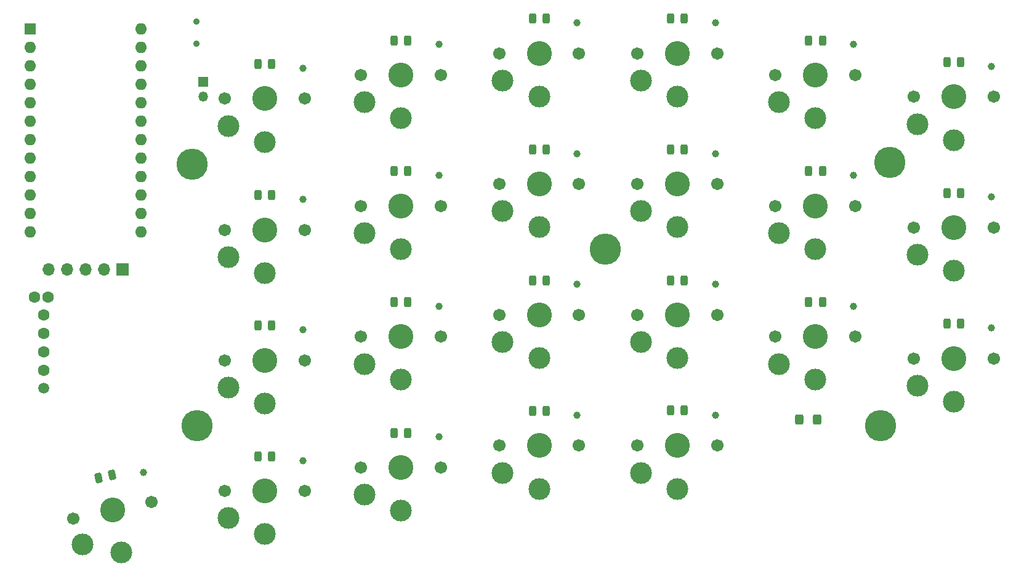
<source format=gts>
%TF.GenerationSoftware,KiCad,Pcbnew,7.0.5-0*%
%TF.CreationDate,2023-09-10T21:20:09+09:30*%
%TF.ProjectId,Rolio,526f6c69-6f2e-46b6-9963-61645f706362,rev?*%
%TF.SameCoordinates,Original*%
%TF.FileFunction,Soldermask,Top*%
%TF.FilePolarity,Negative*%
%FSLAX46Y46*%
G04 Gerber Fmt 4.6, Leading zero omitted, Abs format (unit mm)*
G04 Created by KiCad (PCBNEW 7.0.5-0) date 2023-09-10 21:20:09*
%MOMM*%
%LPD*%
G01*
G04 APERTURE LIST*
G04 Aperture macros list*
%AMRoundRect*
0 Rectangle with rounded corners*
0 $1 Rounding radius*
0 $2 $3 $4 $5 $6 $7 $8 $9 X,Y pos of 4 corners*
0 Add a 4 corners polygon primitive as box body*
4,1,4,$2,$3,$4,$5,$6,$7,$8,$9,$2,$3,0*
0 Add four circle primitives for the rounded corners*
1,1,$1+$1,$2,$3*
1,1,$1+$1,$4,$5*
1,1,$1+$1,$6,$7*
1,1,$1+$1,$8,$9*
0 Add four rect primitives between the rounded corners*
20,1,$1+$1,$2,$3,$4,$5,0*
20,1,$1+$1,$4,$5,$6,$7,0*
20,1,$1+$1,$6,$7,$8,$9,0*
20,1,$1+$1,$8,$9,$2,$3,0*%
G04 Aperture macros list end*
%ADD10C,1.701800*%
%ADD11C,3.000000*%
%ADD12C,3.429000*%
%ADD13C,0.990600*%
%ADD14C,4.300000*%
%ADD15RoundRect,0.243750X-0.243750X-0.456250X0.243750X-0.456250X0.243750X0.456250X-0.243750X0.456250X0*%
%ADD16R,1.700000X1.700000*%
%ADD17O,1.700000X1.700000*%
%ADD18C,1.500000*%
%ADD19C,1.600000*%
%ADD20R,1.600000X1.600000*%
%ADD21O,1.600000X1.600000*%
%ADD22R,1.350000X1.350000*%
%ADD23O,1.350000X1.350000*%
%ADD24RoundRect,0.250000X-0.325000X-0.450000X0.325000X-0.450000X0.325000X0.450000X-0.325000X0.450000X0*%
%ADD25RoundRect,0.243750X-0.143564X-0.496958X0.333283X-0.395601X0.143564X0.496958X-0.333283X0.395601X0*%
%ADD26C,0.900000*%
G04 APERTURE END LIST*
D10*
X154320000Y-46530000D03*
D11*
X154820000Y-50280000D03*
D12*
X159820000Y-46530000D03*
D11*
X159820000Y-52480000D03*
D13*
X165040000Y-42330000D03*
D10*
X165320000Y-46530000D03*
X116320000Y-97530000D03*
D11*
X116820000Y-101280000D03*
D12*
X121820000Y-97530000D03*
D11*
X121820000Y-103480000D03*
D13*
X127040000Y-93330000D03*
D10*
X127320000Y-97530000D03*
X135320000Y-97530000D03*
D11*
X135820000Y-101280000D03*
D12*
X140820000Y-97530000D03*
D11*
X140820000Y-103480000D03*
D13*
X146040000Y-93330000D03*
D10*
X146320000Y-97530000D03*
D14*
X168797500Y-94778000D03*
D10*
X135320000Y-61530000D03*
D11*
X135820000Y-65280000D03*
D12*
X140820000Y-61530000D03*
D11*
X140820000Y-67480000D03*
D13*
X146040000Y-57330000D03*
D10*
X146320000Y-61530000D03*
D15*
X120902500Y-38775000D03*
X122777500Y-38775000D03*
D10*
X154320000Y-64530000D03*
D11*
X154820000Y-68280000D03*
D12*
X159820000Y-64530000D03*
D11*
X159820000Y-70480000D03*
D13*
X165040000Y-60330000D03*
D10*
X165320000Y-64530000D03*
D15*
X120902500Y-74775000D03*
X122777500Y-74775000D03*
D16*
X64547500Y-73280000D03*
D17*
X62007500Y-73280000D03*
X59467500Y-73280000D03*
X56927500Y-73280000D03*
X54387500Y-73280000D03*
D15*
X139902500Y-38775000D03*
X141777500Y-38775000D03*
X83182500Y-45025000D03*
X85057500Y-45025000D03*
D10*
X78600000Y-49780000D03*
D11*
X79100000Y-53530000D03*
D12*
X84100000Y-49780000D03*
D11*
X84100000Y-55730000D03*
D13*
X89320000Y-45580000D03*
D10*
X89600000Y-49780000D03*
D18*
X53697500Y-89630000D03*
D19*
X53697500Y-79520000D03*
X53697500Y-82060000D03*
X53697500Y-84600000D03*
X53697500Y-87140000D03*
X52472500Y-77130000D03*
X54322500Y-77130000D03*
D15*
X83182500Y-81025000D03*
X85057500Y-81025000D03*
X139902500Y-92675000D03*
X141777500Y-92675000D03*
D10*
X173320000Y-85530000D03*
D11*
X173820000Y-89280000D03*
D12*
X178820000Y-85530000D03*
D11*
X178820000Y-91480000D03*
D13*
X184040000Y-81330000D03*
D10*
X184320000Y-85530000D03*
D15*
X139902500Y-56775000D03*
X141777500Y-56775000D03*
D10*
X116320000Y-61530000D03*
D11*
X116820000Y-65280000D03*
D12*
X121820000Y-61530000D03*
D11*
X121820000Y-67480000D03*
D13*
X127040000Y-57330000D03*
D10*
X127320000Y-61530000D03*
D15*
X158902500Y-77775000D03*
X160777500Y-77775000D03*
D14*
X74747500Y-94784000D03*
D15*
X83182500Y-99025000D03*
X85057500Y-99025000D03*
D10*
X97320000Y-82530000D03*
D11*
X97820000Y-86280000D03*
D12*
X102820000Y-82530000D03*
D11*
X102820000Y-88480000D03*
D13*
X108040000Y-78330000D03*
D10*
X108320000Y-82530000D03*
D15*
X177902500Y-80775000D03*
X179777500Y-80775000D03*
D10*
X116320000Y-79530000D03*
D11*
X116820000Y-83280000D03*
D12*
X121820000Y-79530000D03*
D11*
X121820000Y-85480000D03*
D13*
X127040000Y-75330000D03*
D10*
X127320000Y-79530000D03*
D14*
X74109500Y-58840000D03*
D10*
X97320000Y-46530000D03*
D11*
X97820000Y-50280000D03*
D12*
X102820000Y-46530000D03*
D11*
X102820000Y-52480000D03*
D13*
X108040000Y-42330000D03*
D10*
X108320000Y-46530000D03*
D15*
X101902500Y-59775000D03*
X103777500Y-59775000D03*
X158902500Y-41775000D03*
X160777500Y-41775000D03*
D14*
X170032500Y-58572000D03*
D20*
X51847500Y-40170000D03*
D21*
X51847500Y-42710000D03*
X51847500Y-45250000D03*
X51847500Y-47790000D03*
X51847500Y-50330000D03*
X51847500Y-52870000D03*
X51847500Y-55410000D03*
X51847500Y-57950000D03*
X51847500Y-60490000D03*
X51847500Y-63030000D03*
X51847500Y-65570000D03*
X51847500Y-68110000D03*
X67087500Y-68110000D03*
X67087500Y-65570000D03*
X67087500Y-63030000D03*
X67087500Y-60490000D03*
X67087500Y-57950000D03*
X67087500Y-55410000D03*
X67087500Y-52870000D03*
X67087500Y-50330000D03*
X67087500Y-47790000D03*
X67087500Y-45250000D03*
X67087500Y-42710000D03*
X67087500Y-40170000D03*
D15*
X101902500Y-95775000D03*
X103777500Y-95775000D03*
D10*
X173320000Y-67530000D03*
D11*
X173820000Y-71280000D03*
D12*
X178820000Y-67530000D03*
D11*
X178820000Y-73480000D03*
D13*
X184040000Y-63330000D03*
D10*
X184320000Y-67530000D03*
X173320000Y-49530000D03*
D11*
X173820000Y-53280000D03*
D12*
X178820000Y-49530000D03*
D11*
X178820000Y-55480000D03*
D13*
X184040000Y-45330000D03*
D10*
X184320000Y-49530000D03*
D14*
X130962000Y-70526000D03*
D15*
X158902500Y-59775000D03*
X160777500Y-59775000D03*
D10*
X78600000Y-85780000D03*
D11*
X79100000Y-89530000D03*
D12*
X84100000Y-85780000D03*
D11*
X84100000Y-91730000D03*
D13*
X89320000Y-81580000D03*
D10*
X89600000Y-85780000D03*
X116320000Y-43530000D03*
D11*
X116820000Y-47280000D03*
D12*
X121820000Y-43530000D03*
D11*
X121820000Y-49480000D03*
D13*
X127040000Y-39330000D03*
D10*
X127320000Y-43530000D03*
X57780568Y-107547989D03*
D11*
X59049311Y-111112087D03*
D12*
X63160380Y-106404475D03*
D11*
X64397455Y-112224453D03*
D13*
X67393081Y-101210956D03*
D10*
X68540192Y-105260961D03*
D15*
X83182500Y-63070000D03*
X85057500Y-63070000D03*
D10*
X78600000Y-67825000D03*
D11*
X79100000Y-71575000D03*
D12*
X84100000Y-67825000D03*
D11*
X84100000Y-73775000D03*
D13*
X89320000Y-63625000D03*
D10*
X89600000Y-67825000D03*
X135320000Y-79530000D03*
D11*
X135820000Y-83280000D03*
D12*
X140820000Y-79530000D03*
D11*
X140820000Y-85480000D03*
D13*
X146040000Y-75330000D03*
D10*
X146320000Y-79530000D03*
D22*
X75673500Y-47460000D03*
D23*
X75673500Y-49460000D03*
D15*
X120902500Y-56775000D03*
X122777500Y-56775000D03*
X101902500Y-77775000D03*
X103777500Y-77775000D03*
D10*
X97320000Y-64530000D03*
D11*
X97820000Y-68280000D03*
D12*
X102820000Y-64530000D03*
D11*
X102820000Y-70480000D03*
D13*
X108040000Y-60330000D03*
D10*
X108320000Y-64530000D03*
D15*
X101902500Y-41775000D03*
X103777500Y-41775000D03*
D10*
X135320000Y-43530000D03*
D11*
X135820000Y-47280000D03*
D12*
X140820000Y-43530000D03*
D11*
X140820000Y-49480000D03*
D13*
X146040000Y-39330000D03*
D10*
X146320000Y-43530000D03*
D15*
X139902500Y-74775000D03*
X141777500Y-74775000D03*
X120902500Y-92775000D03*
X122777500Y-92775000D03*
D10*
X97320000Y-100530000D03*
D11*
X97820000Y-104280000D03*
D12*
X102820000Y-100530000D03*
D11*
X102820000Y-106480000D03*
D13*
X108040000Y-96330000D03*
D10*
X108320000Y-100530000D03*
X154320000Y-82530000D03*
D11*
X154820000Y-86280000D03*
D12*
X159820000Y-82530000D03*
D11*
X159820000Y-88480000D03*
D13*
X165040000Y-78330000D03*
D10*
X165320000Y-82530000D03*
X78600000Y-103780000D03*
D11*
X79100000Y-107530000D03*
D12*
X84100000Y-103780000D03*
D11*
X84100000Y-109730000D03*
D13*
X89320000Y-99580000D03*
D10*
X89600000Y-103780000D03*
D24*
X157620000Y-93980000D03*
X160020000Y-93980000D03*
D15*
X177902500Y-44775000D03*
X179777500Y-44775000D03*
D25*
X61241531Y-101951109D03*
X63075557Y-101561275D03*
D15*
X177902500Y-62775000D03*
X179777500Y-62775000D03*
D26*
X74666500Y-42198000D03*
X74666500Y-39198000D03*
M02*

</source>
